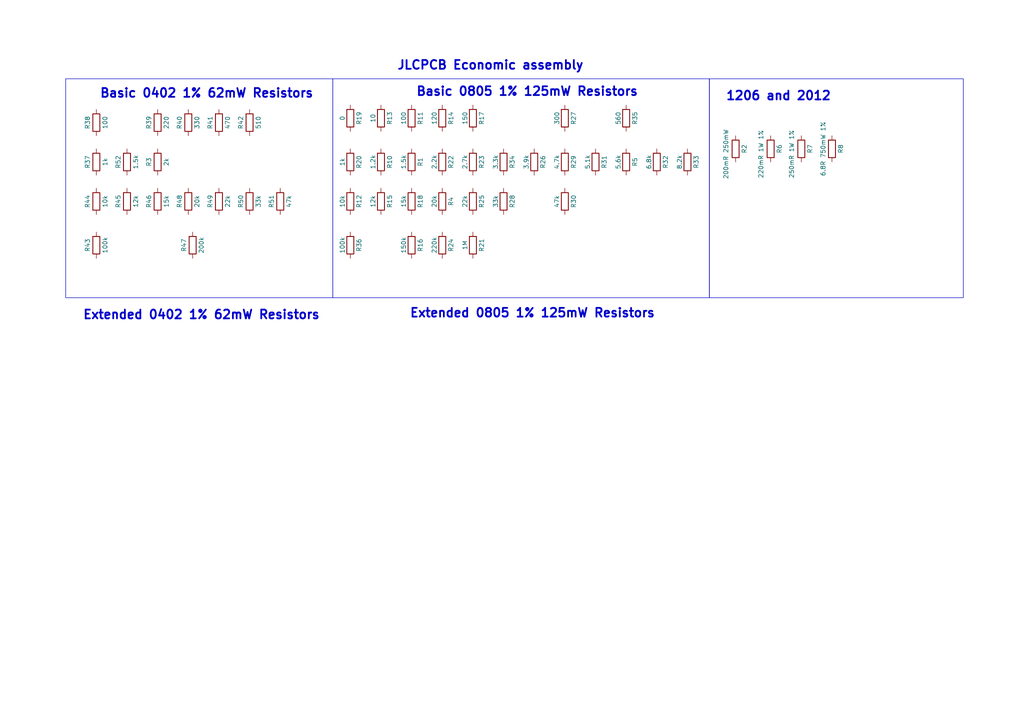
<source format=kicad_sch>
(kicad_sch (version 20231120) (generator "eeschema") (generator_version "8.0")
  (paper "A4")
  (lib_symbols
    (symbol "1_Library_GF:R_SMD_0805" (pin_numbers hide) (pin_names (offset 0))
      (property "Reference" "R" (at 2.032 0 90))
      (property "Value" "R" (at 0 0 90))
      (property "Description" "Resistor" (at 0 0 0))
      (symbol "R_SMD_0805_0_1"
        (rectangle (start -1.016 -2.54) (end 1.016 2.54) (stroke (width 0.254)))
      )
      (symbol "R_SMD_0805_1_1"
        (pin passive line (at 0 3.81 270) (length 1.27) (name "~") (number "1"))
        (pin passive line (at 0 -3.81 90) (length 1.27) (name "~") (number "2"))
      )
    )
    (symbol "Device:R" (pin_numbers hide) (pin_names (offset 0))
      (property "Reference" "R" (at 2.032 0 90))
      (property "Value" "R" (at 0 0 90))
      (symbol "R_0_1"
        (rectangle (start -1.016 -2.54) (end 1.016 2.54) (stroke (width 0.254)))
      )
      (symbol "R_1_1"
        (pin passive line (at 0 3.81 270) (length 1.27) (name "~") (number "1"))
        (pin passive line (at 0 -3.81 90) (length 1.27) (name "~") (number "2"))
      )
    )
  )
  (rectangle (start 205.74 22.86) (end 279.4 86.36))
  (rectangle (start 96.52 22.86) (end 205.74 86.36))
  (rectangle (start 19.05 22.86) (end 96.52 86.36))
  (text "JLCPCB Economic assembly" (at 142.24 19.05 0) (effects (font (size 2.54 2.54) (thickness 0.508) (bold yes))))
  (text "Extended 0805 1% 125mW Resistors" (at 154.432 90.932 0) (effects (font (size 2.54 2.54) (thickness 0.508) (bold yes))))
  (text "Basic 0402 1% 62mW Resistors" (at 59.944 27.178 0) (effects (font (size 2.54 2.54) (thickness 0.508) (bold yes))))
  (text "Basic 0805 1% 125mW Resistors" (at 152.908 26.67 0) (effects (font (size 2.54 2.54) (thickness 0.508) (bold yes))))
  (text "1206 and 2012" (at 225.806 27.94 0) (effects (font (size 2.54 2.54) (thickness 0.508) (bold yes))))
  (text "Extended 0402 1% 62mW Resistors" (at 58.42 91.44 0) (effects (font (size 2.54 2.54) (thickness 0.508) (bold yes))))
  (symbol (lib_id "1_Library_GF:R_SMD_0805") (at 54.61 35.56 0) (unit 1)
    (property "Reference" "R40" (at 52.07 35.56 90))
    (property "Value" "330" (at 57.15 35.56 90))
    (property "Footprint" "Resistor_SMD:R_0402_1005Metric_Pad0.72x0.64mm_HandSolder" (effects (hide yes)))
    (property "Datasheet" "https://www.lcsc.com/datasheet/C4109.pdf" (effects (hide yes)))
    (property "Description" "-55℃~+155℃ 330Ω 50V 62.5mW Thick Film Resistor ±1% ±100ppm/℃ 0402 Chip Resistor - Surface Mount ROHS" (effects (hide yes)))
    (property "Type" "SMD" (effects (hide yes)))
    (property "Manufacturer " "UNI-ROYAL(Uniroyal Elec)" (effects (hide yes)))
    (property "Mfr. Part Number" "0402WGF3300TCE" (effects (hide yes)))
    (property "LCSC" "C25104" (effects (hide yes)))
  )
  (symbol (lib_id "Device:R") (at 232.41 43.18 0) (unit 1)
    (property "Reference" "R7" (at 234.95 43.18 90))
    (property "Value" "250mR 1W 1%" (at 229.616 44.704 90))
    (property "Footprint" "Resistor_SMD:R_1206_3216Metric_Pad1.30x1.75mm_HandSolder" (effects (hide yes)))
    (property "Datasheet" "https://www.lcsc.com/datasheet/C4382.pdf" (effects (hide yes)))
    (property "Description" "1W 250mΩ Current Sense Resistor ±1% 1206 Chip Resistor - Surface Mount RoHS" (effects (hide yes)))
    (property "LCSC" "C2932845" (effects (hide yes)))
    (property "Manufacturer" "Milliohm" (effects (hide yes)))
    (property "Mfr. Part Number" "HoYH1206-1W-250mR-1%" (effects (hide yes)))
  )
  (symbol (lib_id "1_Library_GF:R_SMD_0805") (at 72.39 35.56 0) (unit 1)
    (property "Reference" "R42" (at 69.85 35.56 90))
    (property "Value" "510" (at 74.93 35.56 90))
    (property "Footprint" "Resistor_SMD:R_0402_1005Metric_Pad0.72x0.64mm_HandSolder" (effects (hide yes)))
    (property "Datasheet" "https://www.lcsc.com/datasheet/C4109.pdf" (effects (hide yes)))
    (property "Description" "-55℃~+155℃ 50V 510Ω 62.5mW Thick Film Resistor ±1% ±100ppm/℃ 0402 Chip Resistor - Surface Mount ROHS" (effects (hide yes)))
    (property "Type" "SMD" (effects (hide yes)))
    (property "Manufacturer " "UNI-ROYAL(Uniroyal Elec)" (effects (hide yes)))
    (property "Mfr. Part Number" "0402WGF5100TCE" (effects (hide yes)))
    (property "LCSC" "C25123" (effects (hide yes)))
  )
  (symbol (lib_id "1_Library_GF:R_SMD_0805") (at 63.5 35.56 0) (unit 1)
    (property "Reference" "R41" (at 60.96 35.56 90))
    (property "Value" "470" (at 66.04 35.56 90))
    (property "Footprint" "Resistor_SMD:R_0402_1005Metric_Pad0.72x0.64mm_HandSolder" (effects (hide yes)))
    (property "Datasheet" "https://www.lcsc.com/datasheet/C4109.pdf" (effects (hide yes)))
    (property "Description" "-55℃~+155℃ 470Ω 50V 62.5mW Thick Film Resistor ±1% ±100ppm/℃ 0402 Chip Resistor - Surface Mount ROHS" (effects (hide yes)))
    (property "Type" "SMD" (effects (hide yes)))
    (property "Manufacturer " "UNI-ROYAL(Uniroyal Elec)" (effects (hide yes)))
    (property "Mfr. Part Number" "0402WGF4700TCE" (effects (hide yes)))
    (property "LCSC" "C25117" (effects (hide yes)))
  )
  (symbol (lib_id "Device:R") (at 172.72 46.99 0) (unit 1)
    (property "Reference" "R31" (at 175.26 46.99 90))
    (property "Value" "5.1k" (at 170.434 46.99 90))
    (property "Footprint" "Resistor_SMD:R_0805_2012Metric" (effects (hide yes)))
    (property "Datasheet" "https://www.lcsc.com/datasheet/C4382.pdf" (effects (hide yes)))
    (property "Description" "-55℃~+155℃ 125mW 150V 5.1Ω Thick Film Resistor ±1% ±200ppm/℃ 0805 Chip Resistor - Surface Mount ROHS" (effects (hide yes)))
    (property "LCSC" "C17724" (effects (hide yes)))
    (property "Manufacturer" " UNI-ROYAL(Uniroyal Elec)" (effects (hide yes)))
    (property "Mfr. Part Number" "0805W8F510KT5E" (effects (hide yes)))
  )
  (symbol (lib_id "Device:R") (at 181.61 46.99 0) (unit 1)
    (property "Reference" "R5" (at 184.15 46.99 90))
    (property "Value" "5.6k" (at 179.324 46.99 90))
    (property "Footprint" "Resistor_SMD:R_0805_2012Metric" (effects (hide yes)))
    (property "Datasheet" "https://www.lcsc.com/datasheet/C4382.pdf" (effects (hide yes)))
    (property "Description" "-55℃~+155℃ 125mW 150V 20kΩ Thick Film Resistor ±1% ±100ppm/℃ 0805 Chip Resistor - Surface Mount ROHS" (effects (hide yes)))
    (property "LCSC" "C4382" (effects (hide yes)))
    (property "Manufacturer" " UNI-ROYAL(Uniroyal Elec)" (effects (hide yes)))
    (property "Mfr. Part Number" "0805W8F5601T5E" (effects (hide yes)))
  )
  (symbol (lib_id "Device:R") (at 154.94 46.99 0) (unit 1)
    (property "Reference" "R26" (at 157.48 46.99 90))
    (property "Value" "3.9k" (at 152.654 46.99 90))
    (property "Footprint" "Resistor_SMD:R_0805_2012Metric" (effects (hide yes)))
    (property "Datasheet" "https://www.lcsc.com/datasheet/C4382.pdf" (effects (hide yes)))
    (property "Description" "-55℃~+155℃ 125mW 150V 3.9kΩ Thick Film Resistor ±1% ±100ppm/℃ 0805 Chip Resistor - Surface Mount ROHS" (effects (hide yes)))
    (property "LCSC" "C17614" (effects (hide yes)))
    (property "Manufacturer" " UNI-ROYAL(Uniroyal Elec)" (effects (hide yes)))
    (property "Mfr. Part Number" "0805W8F3901T5E" (effects (hide yes)))
  )
  (symbol (lib_id "Device:R") (at 101.6 34.29 0) (unit 1)
    (property "Reference" "R19" (at 104.14 34.29 90))
    (property "Value" "0" (at 99.314 34.29 90))
    (property "Footprint" "Resistor_SMD:R_0805_2012Metric" (effects (hide yes)))
    (property "Datasheet" "https://www.lcsc.com/datasheet/C4382.pdf" (effects (hide yes)))
    (property "Description" "-55℃~+155℃ 0Ω 125mW 150V Thick Film Resistor ±1% ±800ppm/℃ 0805 Chip Resistor - Surface Mount ROHS" (effects (hide yes)))
    (property "LCSC" "C17477" (effects (hide yes)))
    (property "Manufacturer" " UNI-ROYAL(Uniroyal Elec)" (effects (hide yes)))
    (property "Mfr. Part Number" "0805W8F0000T5E" (effects (hide yes)))
  )
  (symbol (lib_id "1_Library_GF:R_SMD_0805") (at 72.39 58.42 0) (unit 1)
    (property "Reference" "R50" (at 69.85 58.42 90))
    (property "Value" "33k" (at 74.93 58.42 90))
    (property "Footprint" "Resistor_SMD:R_0402_1005Metric_Pad0.72x0.64mm_HandSolder" (effects (hide yes)))
    (property "Datasheet" "https://www.lcsc.com/datasheet/C4109.pdf" (effects (hide yes)))
    (property "Description" "-55℃~+155℃ 33kΩ 50V 62.5mW Thick Film Resistor ±1% ±100ppm/℃ 0402 Chip Resistor - Surface Mount ROHS" (effects (hide yes)))
    (property "Type" "SMD" (effects (hide yes)))
    (property "Manufacturer " "UNI-ROYAL(Uniroyal Elec)" (effects (hide yes)))
    (property "Mfr. Part Number" "0402WGF3302TCE" (effects (hide yes)))
    (property "LCSC" "C25779" (effects (hide yes)))
  )
  (symbol (lib_id "1_Library_GF:R_SMD_0805") (at 45.72 46.99 0) (unit 1)
    (property "Reference" "R3" (at 43.18 46.99 90))
    (property "Value" "2k" (at 48.26 46.99 90))
    (property "Footprint" "Resistor_SMD:R_0402_1005Metric_Pad0.72x0.64mm_HandSolder" (effects (hide yes)))
    (property "Datasheet" "https://www.lcsc.com/datasheet/C4109.pdf" (effects (hide yes)))
    (property "Description" "125mW Thick Film Resistors 150V ±100ppm/℃ ±1% 1MΩ 0805 Chip Resistor - Surface Mount ROHS" (effects (hide yes)))
    (property "Type" "SMD" (effects (hide yes)))
    (property "Manufacturer " "UNI-ROYAL(Uniroyal Elec)" (effects (hide yes)))
    (property "Mfr. Part Number" "0402WGF2001TCE" (effects (hide yes)))
    (property "LCSC" "C4109" (effects (hide yes)))
  )
  (symbol (lib_id "Device:R") (at 213.36 43.18 0) (unit 1)
    (property "Reference" "R2" (at 215.9 43.18 90))
    (property "Value" "200mR 250mW" (at 210.566 44.704 90))
    (property "Footprint" "Resistor_SMD:R_1206_3216Metric_Pad1.30x1.75mm_HandSolder" (effects (hide yes)))
    (property "Datasheet" "https://www.lcsc.com/datasheet/C4382.pdf" (effects (hide yes)))
    (property "Description" "220mΩ ±5% 250mW 1206 Thick Film Resistor" (effects (hide yes)))
    (property "LCSC" "C111857" (effects (hide yes)))
    (property "Manufacturer" " UNI-ROYAL(Uniroyal Elec)" (effects (hide yes)))
    (property "Mfr. Part Number" "1206W4J022KT5E" (effects (hide yes)))
  )
  (symbol (lib_id "Device:R") (at 146.05 58.42 0) (unit 1)
    (property "Reference" "R28" (at 148.59 58.42 90))
    (property "Value" "33k" (at 143.764 58.42 90))
    (property "Footprint" "Resistor_SMD:R_0805_2012Metric" (effects (hide yes)))
    (property "Datasheet" "https://www.lcsc.com/datasheet/C4382.pdf" (effects (hide yes)))
    (property "Description" "-55℃~+155℃ 125mW 150V 33kΩ Thick Film Resistor ±1% ±100ppm/℃ 0805 Chip Resistor - Surface Mount ROHS" (effects (hide yes)))
    (property "LCSC" "C17633" (effects (hide yes)))
    (property "Manufacturer" " UNI-ROYAL(Uniroyal Elec)" (effects (hide yes)))
    (property "Mfr. Part Number" "0805W8F3302T5E" (effects (hide yes)))
  )
  (symbol (lib_id "Device:R") (at 137.16 71.12 0) (unit 1)
    (property "Reference" "R21" (at 139.7 71.12 90))
    (property "Value" "1M" (at 134.874 71.12 90))
    (property "Footprint" "Resistor_SMD:R_0805_2012Metric" (effects (hide yes)))
    (property "Datasheet" "https://www.lcsc.com/datasheet/C4382.pdf" (effects (hide yes)))
    (property "Description" "-55℃~+155℃ 125mW 150V 1MΩ Thick Film Resistor ±1% ±100ppm/℃ 0805 Chip Resistor - Surface Mount ROHS" (effects (hide yes)))
    (property "LCSC" "C17514" (effects (hide yes)))
    (property "Manufacturer" " UNI-ROYAL(Uniroyal Elec)" (effects (hide yes)))
    (property "Mfr. Part Number" "0805W8F1004T5E" (effects (hide yes)))
  )
  (symbol (lib_id "Device:R") (at 163.83 46.99 0) (unit 1)
    (property "Reference" "R29" (at 166.37 46.99 90))
    (property "Value" "4.7k" (at 161.544 46.99 90))
    (property "Footprint" "Resistor_SMD:R_0805_2012Metric" (effects (hide yes)))
    (property "Datasheet" "https://www.lcsc.com/datasheet/C4382.pdf" (effects (hide yes)))
    (property "Description" "-55℃~+155℃ 125mW 150V 4.7kΩ Thick Film Resistor ±1% ±100ppm/℃ 0805 Chip Resistor - Surface Mount ROHS" (effects (hide yes)))
    (property "LCSC" "C17673" (effects (hide yes)))
    (property "Manufacturer" " UNI-ROYAL(Uniroyal Elec)" (effects (hide yes)))
    (property "Mfr. Part Number" "0805W8F4701T5E" (effects (hide yes)))
  )
  (symbol (lib_id "1_Library_GF:R_SMD_0805") (at 27.94 46.99 0) (unit 1)
    (property "Reference" "R37" (at 25.4 46.99 90))
    (property "Value" "1k" (at 30.48 46.99 90))
    (property "Footprint" "Resistor_SMD:R_0402_1005Metric_Pad0.72x0.64mm_HandSolder" (effects (hide yes)))
    (property "Datasheet" "https://www.lcsc.com/datasheet/C4109.pdf" (effects (hide yes)))
    (property "Description" "-55℃~+155℃ 1kΩ 50V 62.5mW Thick Film Resistor ±1% ±100ppm/℃ 0402 Chip Resistor - Surface Mount ROHS" (effects (hide yes)))
    (property "Type" "SMD" (effects (hide yes)))
    (property "Manufacturer " "UNI-ROYAL(Uniroyal Elec)" (effects (hide yes)))
    (property "Mfr. Part Number" "0402WGF1001TCE" (effects (hide yes)))
    (property "LCSC" "C11702" (effects (hide yes)))
  )
  (symbol (lib_id "Device:R") (at 163.83 34.29 0) (unit 1)
    (property "Reference" "R27" (at 166.37 34.29 90))
    (property "Value" "300" (at 161.544 34.29 90))
    (property "Footprint" "Resistor_SMD:R_0805_2012Metric" (effects (hide yes)))
    (property "Datasheet" "https://www.lcsc.com/datasheet/C4382.pdf" (effects (hide yes)))
    (property "Description" "-55℃~+155℃ 125mW 150V 300Ω Thick Film Resistor ±1% ±100ppm/℃ 0805 Chip Resistor - Surface Mount ROHS" (effects (hide yes)))
    (property "LCSC" "C17617" (effects (hide yes)))
    (property "Manufacturer" " UNI-ROYAL(Uniroyal Elec)" (effects (hide yes)))
    (property "Mfr. Part Number" "0805W8F3000T5E" (effects (hide yes)))
  )
  (symbol (lib_id "1_Library_GF:R_SMD_0805") (at 45.72 58.42 0) (unit 1)
    (property "Reference" "R46" (at 43.18 58.42 90))
    (property "Value" "15k" (at 48.26 58.42 90))
    (property "Footprint" "Resistor_SMD:R_0402_1005Metric_Pad0.72x0.64mm_HandSolder" (effects (hide yes)))
    (property "Datasheet" "https://www.lcsc.com/datasheet/C4109.pdf" (effects (hide yes)))
    (property "Description" "-55℃~+155℃ 15kΩ 50V 62.5mW Thick Film Resistor ±1% ±100ppm/℃ 0402 Chip Resistor - Surface Mount ROHS" (effects (hide yes)))
    (property "Type" "SMD" (effects (hide yes)))
    (property "Manufacturer " "UNI-ROYAL(Uniroyal Elec)" (effects (hide yes)))
    (property "Mfr. Part Number" "0402WGF1502TCE" (effects (hide yes)))
    (property "LCSC" "C25756" (effects (hide yes)))
  )
  (symbol (lib_id "Device:R") (at 163.83 58.42 0) (unit 1)
    (property "Reference" "R30" (at 166.37 58.42 90))
    (property "Value" "47k" (at 161.544 58.42 90))
    (property "Footprint" "Resistor_SMD:R_0805_2012Metric" (effects (hide yes)))
    (property "Datasheet" "https://www.lcsc.com/datasheet/C4382.pdf" (effects (hide yes)))
    (property "Description" "-55℃~+155℃ 125mW 150V 47kΩ Thick Film Resistor ±1% ±100ppm/℃ 0805 Chip Resistor - Surface Mount ROHS" (effects (hide yes)))
    (property "LCSC" "C17713" (effects (hide yes)))
    (property "Manufacturer" " UNI-ROYAL(Uniroyal Elec)" (effects (hide yes)))
    (property "Mfr. Part Number" "0805W8F4702T5E" (effects (hide yes)))
  )
  (symbol (lib_id "Device:R") (at 190.5 46.99 0) (unit 1)
    (property "Reference" "R32" (at 193.04 46.99 90))
    (property "Value" "6.8k" (at 188.214 46.99 90))
    (property "Footprint" "Resistor_SMD:R_0805_2012Metric" (effects (hide yes)))
    (property "Datasheet" "https://www.lcsc.com/datasheet/C4382.pdf" (effects (hide yes)))
    (property "Description" "-55℃~+155℃ 125mW 150V 6.8kΩ Thick Film Resistor ±1% ±100ppm/℃ 0805 Chip Resistor - Surface Mount ROHS" (effects (hide yes)))
    (property "LCSC" "C17772" (effects (hide yes)))
    (property "Manufacturer" " UNI-ROYAL(Uniroyal Elec)" (effects (hide yes)))
    (property "Mfr. Part Number" "0805W8F6801T5E" (effects (hide yes)))
  )
  (symbol (lib_id "Device:R") (at 137.16 46.99 0) (unit 1)
    (property "Reference" "R23" (at 139.7 46.99 90))
    (property "Value" "2.7k" (at 134.874 46.99 90))
    (property "Footprint" "Resistor_SMD:R_0805_2012Metric" (effects (hide yes)))
    (property "Datasheet" "https://www.lcsc.com/datasheet/C4382.pdf" (effects (hide yes)))
    (property "Description" "-55℃~+155℃ 125mW 150V 2.7kΩ Thick Film Resistor ±1% ±100ppm/℃ 0805 Chip Resistor - Surface Mount ROHS" (effects (hide yes)))
    (property "LCSC" "C17530" (effects (hide yes)))
    (property "Manufacturer" " UNI-ROYAL(Uniroyal Elec)" (effects (hide yes)))
    (property "Mfr. Part Number" "0805W8F2701T5E" (effects (hide yes)))
  )
  (symbol (lib_id "1_Library_GF:R_SMD_0805") (at 27.94 71.12 0) (unit 1)
    (property "Reference" "R43" (at 25.4 71.12 90))
    (property "Value" "100k" (at 30.48 71.12 90))
    (property "Footprint" "Resistor_SMD:R_0402_1005Metric_Pad0.72x0.64mm_HandSolder" (effects (hide yes)))
    (property "Datasheet" "https://www.lcsc.com/datasheet/C4109.pdf" (effects (hide yes)))
    (property "Description" "-55℃~+155℃ 100kΩ 50V 62.5mW Thick Film Resistor ±1% ±100ppm/℃ 0402 Chip Resistor - Surface Mount ROHS" (effects (hide yes)))
    (property "Type" "SMD" (effects (hide yes)))
    (property "Manufacturer " "UNI-ROYAL(Uniroyal Elec)" (effects (hide yes)))
    (property "Mfr. Part Number" "0402WGF1003TCE" (effects (hide yes)))
    (property "LCSC" "C25741" (effects (hide yes)))
  )
  (symbol (lib_id "Device:R") (at 181.61 34.29 0) (unit 1)
    (property "Reference" "R35" (at 184.15 34.29 90))
    (property "Value" "560" (at 179.324 34.29 90))
    (property "Footprint" "Resistor_SMD:R_0805_2012Metric" (effects (hide yes)))
    (property "Datasheet" "https://www.lcsc.com/datasheet/C4382.pdf" (effects (hide yes)))
    (property "Description" "-55℃~+155℃ 125mW 150V 560Ω Thick Film Resistor ±1% ±100ppm/℃ 0805 Chip Resistor - Surface Mount ROHS" (effects (hide yes)))
    (property "LCSC" "C28636" (effects (hide yes)))
    (property "Manufacturer" " UNI-ROYAL(Uniroyal Elec)" (effects (hide yes)))
    (property "Mfr. Part Number" "0805W8F5600T5E" (effects (hide yes)))
  )
  (symbol (lib_id "1_Library_GF:R_SMD_0805") (at 27.94 58.42 0) (unit 1)
    (property "Reference" "R44" (at 25.4 58.42 90))
    (property "Value" "10k" (at 30.48 58.42 90))
    (property "Footprint" "Resistor_SMD:R_0402_1005Metric_Pad0.72x0.64mm_HandSolder" (effects (hide yes)))
    (property "Datasheet" "https://www.lcsc.com/datasheet/C4109.pdf" (effects (hide yes)))
    (property "Description" "-55℃~+155℃ 10kΩ 50V 62.5mW Thick Film Resistor ±1% ±100ppm/℃ 0402 Chip Resistor - Surface Mount ROHS" (effects (hide yes)))
    (property "Type" "SMD" (effects (hide yes)))
    (property "Manufacturer " "UNI-ROYAL(Uniroyal Elec)" (effects (hide yes)))
    (property "Mfr. Part Number" "0402WGF1002TCE" (effects (hide yes)))
    (property "LCSC" "C25744" (effects (hide yes)))
  )
  (symbol (lib_id "Device:R") (at 101.6 58.42 0) (unit 1)
    (property "Reference" "R12" (at 104.14 58.42 90))
    (property "Value" "10k" (at 99.314 58.42 90))
    (property "Footprint" "Resistor_SMD:R_0805_2012Metric" (effects (hide yes)))
    (property "Datasheet" "https://www.lcsc.com/datasheet/C4382.pdf" (effects (hide yes)))
    (property "Description" "-55℃~+155℃ 10kΩ 125mW 150V Thick Film Resistor ±1% ±100ppm/℃ 0805 Chip Resistor - Surface Mount ROHS" (effects (hide yes)))
    (property "LCSC" "C17414" (effects (hide yes)))
    (property "Manufacturer" " UNI-ROYAL(Uniroyal Elec)" (effects (hide yes)))
    (property "Mfr. Part Number" "0805W8F1002T5E" (effects (hide yes)))
  )
  (symbol (lib_id "1_Library_GF:R_SMD_0805") (at 63.5 58.42 0) (unit 1)
    (property "Reference" "R49" (at 60.96 58.42 90))
    (property "Value" "22k" (at 66.04 58.42 90))
    (property "Footprint" "Resistor_SMD:R_0402_1005Metric_Pad0.72x0.64mm_HandSolder" (effects (hide yes)))
    (property "Datasheet" "https://www.lcsc.com/datasheet/C4109.pdf" (effects (hide yes)))
    (property "Description" "-55℃~+155℃ 22kΩ 50V 62.5mW Thick Film Resistor ±1% ±100ppm/℃ 0402 Chip Resistor - Surface Mount ROHS" (effects (hide yes)))
    (property "Type" "SMD" (effects (hide yes)))
    (property "Manufacturer " "UNI-ROYAL(Uniroyal Elec)" (effects (hide yes)))
    (property "Mfr. Part Number" "0402WGF2202TCE" (effects (hide yes)))
    (property "LCSC" "C25768" (effects (hide yes)))
  )
  (symbol (lib_id "Device:R") (at 128.27 58.42 0) (unit 1)
    (property "Reference" "R4" (at 130.81 58.42 90))
    (property "Value" "20k" (at 125.984 58.42 90))
    (property "Footprint" "Resistor_SMD:R_0805_2012Metric" (effects (hide yes)))
    (property "Datasheet" "https://www.lcsc.com/datasheet/C4382.pdf" (effects (hide yes)))
    (property "Description" "-55℃~+155℃ 125mW 150V 20kΩ Thick Film Resistor ±1% ±100ppm/℃ 0805 Chip Resistor - Surface Mount ROHS" (effects (hide yes)))
    (property "LCSC" "C4328" (effects (hide yes)))
    (property "Manufacturer" " UNI-ROYAL(Uniroyal Elec)" (effects (hide yes)))
    (property "Mfr. Part Number" "0805W8F2002T5E" (effects (hide yes)))
  )
  (symbol (lib_id "Device:R") (at 137.16 58.42 0) (unit 1)
    (property "Reference" "R25" (at 139.7 58.42 90))
    (property "Value" "22k" (at 134.874 58.42 90))
    (property "Footprint" "Resistor_SMD:R_0805_2012Metric" (effects (hide yes)))
    (property "Datasheet" "https://www.lcsc.com/datasheet/C4382.pdf" (effects (hide yes)))
    (property "Description" "-55℃~+155℃ 125mW 150V 22kΩ Thick Film Resistor ±1% ±100ppm/℃ 0805 Chip Resistor - Surface Mount ROHS" (effects (hide yes)))
    (property "LCSC" "C17560" (effects (hide yes)))
    (property "Manufacturer" " UNI-ROYAL(Uniroyal Elec)" (effects (hide yes)))
    (property "Mfr. Part Number" "0805W8F2202T5E" (effects (hide yes)))
  )
  (symbol (lib_id "Device:R") (at 119.38 58.42 0) (unit 1)
    (property "Reference" "R18" (at 121.92 58.42 90))
    (property "Value" "15k" (at 117.094 58.42 90))
    (property "Footprint" "Resistor_SMD:R_0805_2012Metric" (effects (hide yes)))
    (property "Datasheet" "https://www.lcsc.com/datasheet/C4382.pdf" (effects (hide yes)))
    (property "Description" "-55℃~+155℃ 125mW 150V 15kΩ Thick Film Resistor ±1% ±100ppm/℃ 0805 Chip Resistor - Surface Mount ROHS" (effects (hide yes)))
    (property "LCSC" "C17475" (effects (hide yes)))
    (property "Manufacturer" " UNI-ROYAL(Uniroyal Elec)" (effects (hide yes)))
    (property "Mfr. Part Number" "0805W8F1502T5E" (effects (hide yes)))
  )
  (symbol (lib_id "Device:R") (at 119.38 46.99 0) (unit 1)
    (property "Reference" "R1" (at 121.92 46.99 90))
    (property "Value" "1.5k" (at 117.094 46.99 90))
    (property "Footprint" "Resistor_SMD:R_0805_2012Metric" (effects (hide yes)))
    (property "Datasheet" "https://www.lcsc.com/datasheet/C4382.pdf" (effects (hide yes)))
    (property "Description" "1.5kΩ 125mW 150V Thick Film Resistor ±1% ±100ppm/℃ 0805 Chip Resistor - Surface Mount ROHS" (effects (hide yes)))
    (property "LCSC" "C4310" (effects (hide yes)))
    (property "Manufacturer" " UNI-ROYAL(Uniroyal Elec)" (effects (hide yes)))
    (property "Mfr. Part Number" " 0805W8F1501T5E" (effects (hide yes)))
  )
  (symbol (lib_id "Device:R") (at 110.49 46.99 0) (unit 1)
    (property "Reference" "R10" (at 113.03 46.99 90))
    (property "Value" "1.2k" (at 108.204 46.99 90))
    (property "Footprint" "Resistor_SMD:R_0805_2012Metric" (effects (hide yes)))
    (property "Datasheet" "https://www.lcsc.com/datasheet/C4382.pdf" (effects (hide yes)))
    (property "Description" "-55℃~+155℃ 1.2kΩ 125mW 150V Thick Film Resistor ±1% ±100ppm/℃ 0805 Chip Resistor - Surface Mount ROHS" (effects (hide yes)))
    (property "LCSC" "C17379" (effects (hide yes)))
    (property "Manufacturer" " UNI-ROYAL(Uniroyal Elec)" (effects (hide yes)))
    (property "Mfr. Part Number" "0805W8F1201T5E" (effects (hide yes)))
  )
  (symbol (lib_id "1_Library_GF:R_SMD_0805") (at 241.3 43.18 180) (unit 1)
    (property "Reference" "R8" (at 243.84 43.18 90))
    (property "Value" "6.8R 750mW 1%" (at 238.76 43.18 90))
    (property "Footprint" "Resistor_SMD:R_2010_5025Metric_Pad1.40x2.65mm_HandSolder" (effects (hide yes)))
    (property "Datasheet" "https://www.vishay.com/docs/20035/dcrcwe3.pdf" (effects (hide yes)))
    (property "Description" "6.8Ω ±1% 750mW 2010 Thick Film Resistor" (effects (hide yes)))
    (property "Part Number" "CRCW08056R8FKEA" (effects (hide yes)))
    (property "Type" "SMD" (effects (hide yes)))
    (property "Manufacturer " "FOJAN" (effects (hide yes)))
    (property "Mfr. Part Number" "FRC2010F6R80TS" (effects (hide yes)))
    (property "LCSC" "C3013311" (effects (hide yes)))
    (property "Observations" "Accepts other suppliers" (effects (hide yes)))
  )
  (symbol (lib_id "Device:R") (at 128.27 71.12 0) (unit 1)
    (property "Reference" "R24" (at 130.81 71.12 90))
    (property "Value" "220k" (at 125.984 71.12 90))
    (property "Footprint" "Resistor_SMD:R_0805_2012Metric" (effects (hide yes)))
    (property "Datasheet" "https://www.lcsc.com/datasheet/C4382.pdf" (effects (hide yes)))
    (property "Description" "-55℃~+155℃ 125mW 150V 220kΩ Thick Film Resistor ±1% ±100ppm/℃ 0805 Chip Resistor - Surface Mount ROHS" (effects (hide yes)))
    (property "LCSC" "C17556" (effects (hide yes)))
    (property "Manufacturer" " UNI-ROYAL(Uniroyal Elec)" (effects (hide yes)))
    (property "Mfr. Part Number" "0805W8F2203T5E" (effects (hide yes)))
  )
  (symbol (lib_id "Device:R") (at 128.27 34.29 0) (unit 1)
    (property "Reference" "R14" (at 130.81 34.29 90))
    (property "Value" "120" (at 125.984 34.29 90))
    (property "Footprint" "Resistor_SMD:R_0805_2012Metric" (effects (hide yes)))
    (property "Datasheet" "https://www.lcsc.com/datasheet/C4382.pdf" (effects (hide yes)))
    (property "Description" "-55℃~+155℃ 120Ω 125mW 150V Thick Film Resistor ±1% ±100ppm/℃ 0805 Chip Resistor - Surface Mount ROHS" (effects (hide yes)))
    (property "LCSC" "C17437" (effects (hide yes)))
    (property "Manufacturer" " UNI-ROYAL(Uniroyal Elec)" (effects (hide yes)))
    (property "Mfr. Part Number" "0805W8F1200T5E" (effects (hide yes)))
  )
  (symbol (lib_id "Device:R") (at 137.16 34.29 0) (unit 1)
    (property "Reference" "R17" (at 139.7 34.29 90))
    (property "Value" "150" (at 134.874 34.29 90))
    (property "Footprint" "Resistor_SMD:R_0805_2012Metric" (effects (hide yes)))
    (property "Datasheet" "https://www.lcsc.com/datasheet/C4382.pdf" (effects (hide yes)))
    (property "Description" "-55℃~+155℃ 125mW 150V 150Ω Thick Film Resistor ±1% ±100ppm/℃ 0805 Chip Resistor - Surface Mount ROHS" (effects (hide yes)))
    (property "LCSC" "C17471" (effects (hide yes)))
    (property "Manufacturer" " UNI-ROYAL(Uniroyal Elec)" (effects (hide yes)))
    (property "Mfr. Part Number" "0805W8F1500T5E" (effects (hide yes)))
  )
  (symbol (lib_id "Device:R") (at 101.6 46.99 0) (unit 1)
    (property "Reference" "R20" (at 104.14 46.99 90))
    (property "Value" "1k" (at 99.314 46.99 90))
    (property "Footprint" "Resistor_SMD:R_0805_2012Metric" (effects (hide yes)))
    (property "Datasheet" "https://www.lcsc.com/datasheet/C4382.pdf" (effects (hide yes)))
    (property "Description" "-55℃~+155℃ 125mW 150V 1kΩ Thick Film Resistor ±1% ±100ppm/℃ 0805 Chip Resistor - Surface Mount ROHS" (effects (hide yes)))
    (property "LCSC" "C17513" (effects (hide yes)))
    (property "Manufacturer" " UNI-ROYAL(Uniroyal Elec)" (effects (hide yes)))
    (property "Mfr. Part Number" "0805W8F1001T5E" (effects (hide yes)))
  )
  (symbol (lib_id "Device:R") (at 110.49 58.42 0) (unit 1)
    (property "Reference" "R15" (at 113.03 58.42 90))
    (property "Value" "12k" (at 108.204 58.42 90))
    (property "Footprint" "Resistor_SMD:R_0805_2012Metric" (effects (hide yes)))
    (property "Datasheet" "https://www.lcsc.com/datasheet/C4382.pdf" (effects (hide yes)))
    (property "Description" "-55℃~+155℃ 125mW 12kΩ 150V Thick Film Resistor ±1% ±100ppm/℃ 0805 Chip Resistor - Surface Mount ROHS" (effects (hide yes)))
    (property "LCSC" "C17444" (effects (hide yes)))
    (property "Manufacturer" " UNI-ROYAL(Uniroyal Elec)" (effects (hide yes)))
    (property "Mfr. Part Number" "0805W8F1202T5E" (effects (hide yes)))
  )
  (symbol (lib_id "Device:R") (at 146.05 46.99 0) (unit 1)
    (property "Reference" "R34" (at 148.59 46.99 90))
    (property "Value" "3.3k" (at 143.764 46.99 90))
    (property "Footprint" "Resistor_SMD:R_0805_2012Metric" (effects (hide yes)))
    (property "Datasheet" "https://www.lcsc.com/datasheet/C4382.pdf" (effects (hide yes)))
    (property "Description" "-55℃~+155℃ 125mW 150V 3.3kΩ Thick Film Resistor ±1% ±100ppm/℃ 0805 Chip Resistor - Surface Mount ROHS" (effects (hide yes)))
    (property "LCSC" "C26010" (effects (hide yes)))
    (property "Manufacturer" " UNI-ROYAL(Uniroyal Elec)" (effects (hide yes)))
    (property "Mfr. Part Number" "0805W8F3301T5E" (effects (hide yes)))
  )
  (symbol (lib_id "1_Library_GF:R_SMD_0805") (at 54.61 58.42 0) (unit 1)
    (property "Reference" "R48" (at 52.07 58.42 90))
    (property "Value" "20k" (at 57.15 58.42 90))
    (property "Footprint" "Resistor_SMD:R_0402_1005Metric_Pad0.72x0.64mm_HandSolder" (effects (hide yes)))
    (property "Datasheet" "https://www.lcsc.com/datasheet/C4109.pdf" (effects (hide yes)))
    (property "Description" "-55℃~+155℃ 20kΩ 50V 62.5mW Thick Film Resistor ±1% ±100ppm/℃ 0402 Chip Resistor - Surface Mount ROHS" (effects (hide yes)))
    (property "Type" "SMD" (effects (hide yes)))
    (property "Manufacturer " "UNI-ROYAL(Uniroyal Elec)" (effects (hide yes)))
    (property "Mfr. Part Number" "0402WGF2002TCE" (effects (hide yes)))
    (property "LCSC" "C25765" (effects (hide yes)))
  )
  (symbol (lib_id "1_Library_GF:R_SMD_0805") (at 36.83 58.42 0) (unit 1)
    (property "Reference" "R45" (at 34.29 58.42 90))
    (property "Value" "12k" (at 39.37 58.42 90))
    (property "Footprint" "Resistor_SMD:R_0402_1005Metric_Pad0.72x0.64mm_HandSolder" (effects (hide yes)))
    (property "Datasheet" "https://www.lcsc.com/datasheet/C4109.pdf" (effects (hide yes)))
    (property "Description" "-55℃~+155℃ 12kΩ 50V 62.5mW Thick Film Resistor ±1% ±100ppm/℃ 0402 Chip Resistor - Surface Mount ROHS" (effects (hide yes)))
    (property "Type" "SMD" (effects (hide yes)))
    (property "Manufacturer " "UNI-ROYAL(Uniroyal Elec)" (effects (hide yes)))
    (property "Mfr. Part Number" "0402WGF1202TCE" (effects (hide yes)))
    (property "LCSC" "C25752" (effects (hide yes)))
  )
  (symbol (lib_id "Device:R") (at 128.27 46.99 0) (unit 1)
    (property "Reference" "R22" (at 130.81 46.99 90))
    (property "Value" "2.2k" (at 125.984 46.99 90))
    (property "Footprint" "Resistor_SMD:R_0805_2012Metric" (effects (hide yes)))
    (property "Datasheet" "https://www.lcsc.com/datasheet/C4382.pdf" (effects (hide yes)))
    (property "Description" "-55℃~+155℃ 125mW 150V 2.2kΩ Thick Film Resistor ±1% ±100ppm/℃ 0805 Chip Resistor - Surface Mount ROHS" (effects (hide yes)))
    (property "LCSC" "C17520" (effects (hide yes)))
    (property "Manufacturer" " UNI-ROYAL(Uniroyal Elec)" (effects (hide yes)))
    (property "Mfr. Part Number" "0805W8F2201T5E" (effects (hide yes)))
  )
  (symbol (lib_id "Device:R") (at 199.39 46.99 0) (unit 1)
    (property "Reference" "R33" (at 201.93 46.99 90))
    (property "Value" "8.2k" (at 197.104 46.99 90))
    (property "Footprint" "Resistor_SMD:R_0805_2012Metric" (effects (hide yes)))
    (property "Datasheet" "https://www.lcsc.com/datasheet/C4382.pdf" (effects (hide yes)))
    (property "Description" "-55℃~+155℃ 125mW 150V 8.2kΩ Thick Film Resistor ±1% ±100ppm/℃ 0805 Chip Resistor - Surface Mount ROHS" (effects (hide yes)))
    (property "LCSC" "C17828" (effects (hide yes)))
    (property "Manufacturer" " UNI-ROYAL(Uniroyal Elec)" (effects (hide yes)))
    (property "Mfr. Part Number" "0805W8F8201T5E" (effects (hide yes)))
  )
  (symbol (lib_id "Device:R") (at 223.52 43.18 0) (unit 1)
    (property "Reference" "R6" (at 226.06 43.18 90))
    (property "Value" "220mR 1W 1%" (at 220.726 44.704 90))
    (property "Footprint" "Resistor_SMD:R_1206_3216Metric_Pad1.30x1.75mm_HandSolder" (effects (hide yes)))
    (property "Datasheet" "https://www.lcsc.com/datasheet/C4382.pdf" (effects (hide yes)))
    (property "Description" "220mΩ ±1% 1W Current Sense Resistor" (effects (hide yes)))
    (property "LCSC" "C2683384" (effects (hide yes)))
    (property "Manufacturer" " UNI-ROYAL(Uniroyal Elec)" (effects (hide yes)))
    (property "Mfr. Part Number" "RLH12FTCR220" (effects (hide yes)))
  )
  (symbol (lib_id "1_Library_GF:R_SMD_0805") (at 55.88 71.12 0) (unit 1)
    (property "Reference" "R47" (at 53.34 71.12 90))
    (property "Value" "200k" (at 58.42 71.12 90))
    (property "Footprint" "Resistor_SMD:R_0402_1005Metric_Pad0.72x0.64mm_HandSolder" (effects (hide yes)))
    (property "Datasheet" "https://www.lcsc.com/datasheet/C4109.pdf" (effects (hide yes)))
    (property "Description" "-55℃~+155℃ 200kΩ 50V 62.5mW Thick Film Resistor ±1% ±100ppm/℃ 0402 Chip Resistor - Surface Mount ROHS" (effects (hide yes)))
    (property "Type" "SMD" (effects (hide yes)))
    (property "Manufacturer " "UNI-ROYAL(Uniroyal Elec)" (effects (hide yes)))
    (property "Mfr. Part Number" "0402WGF2003TCE" (effects (hide yes)))
    (property "LCSC" "C25764" (effects (hide yes)))
  )
  (symbol (lib_id "Device:R") (at 101.6 71.12 0) (unit 1)
    (property "Reference" "R36" (at 104.14 71.12 90))
    (property "Value" "100k" (at 99.314 71.12 90))
    (property "Footprint" "Resistor_SMD:R_0805_2012Metric" (effects (hide yes)))
    (property "Datasheet" "https://www.lcsc.com/datasheet/C4382.pdf" (effects (hide yes)))
    (property "Description" "-55℃~+155℃ 100kΩ 125mW 150V Thick Film Resistor ±1% ±100ppm/℃ 0805 Chip Resistor - Surface Mount ROHS" (effects (hide yes)))
    (property "LCSC" "C149504" (effects (hide yes)))
    (property "Manufacturer" " UNI-ROYAL(Uniroyal Elec)" (effects (hide yes)))
    (property "Mfr. Part Number" "0805W8F1003T5E" (effects (hide yes)))
  )
  (symbol (lib_id "Device:R") (at 119.38 71.12 0) (unit 1)
    (property "Reference" "R16" (at 121.92 71.12 90))
    (property "Value" "150k" (at 117.094 71.12 90))
    (property "Footprint" "Resistor_SMD:R_0805_2012Metric" (effects (hide yes)))
    (property "Datasheet" "https://www.lcsc.com/datasheet/C4382.pdf" (effects (hide yes)))
    (property "Description" "-55℃~+155℃ 125mW 150V 150kΩ Thick Film Resistor ±1% ±100ppm/℃ 0805 Chip Resistor - Surface Mount ROHS" (effects (hide yes)))
    (property "LCSC" "C17470" (effects (hide yes)))
    (property "Manufacturer" " UNI-ROYAL(Uniroyal Elec)" (effects (hide yes)))
    (property "Mfr. Part Number" "0805W8F1503T5E" (effects (hide yes)))
  )
  (symbol (lib_id "1_Library_GF:R_SMD_0805") (at 36.83 46.99 0) (unit 1)
    (property "Reference" "R52" (at 34.29 46.99 90))
    (property "Value" "1.5k" (at 39.37 46.99 90))
    (property "Footprint" "Resistor_SMD:R_0402_1005Metric_Pad0.72x0.64mm_HandSolder" (effects (hide yes)))
    (property "Datasheet" "https://www.lcsc.com/datasheet/C4109.pdf" (effects (hide yes)))
    (property "Description" "-55℃~+155℃ 1.5kΩ 50V 62.5mW Thick Film Resistor ±1% ±100ppm/℃ 0402 Chip Resistor - Surface Mount ROHS" (effects (hide yes)))
    (property "Type" "SMD" (effects (hide yes)))
    (property "Manufacturer " "UNI-ROYAL(Uniroyal Elec)" (effects (hide yes)))
    (property "Mfr. Part Number" "0402WGF1501TCE" (effects (hide yes)))
    (property "LCSC" "C25867" (effects (hide yes)))
  )
  (symbol (lib_id "1_Library_GF:R_SMD_0805") (at 81.28 58.42 0) (unit 1)
    (property "Reference" "R51" (at 78.74 58.42 90))
    (property "Value" "47k" (at 83.82 58.42 90))
    (property "Footprint" "Resistor_SMD:R_0402_1005Metric_Pad0.72x0.64mm_HandSolder" (effects (hide yes)))
    (property "Datasheet" "https://www.lcsc.com/datasheet/C4109.pdf" (effects (hide yes)))
    (property "Description" "-55℃~+155℃ 47kΩ 50V 62.5mW Thick Film Resistor ±1% ±100ppm/℃ 0402 Chip Resistor - Surface Mount ROHS" (effects (hide yes)))
    (property "Type" "SMD" (effects (hide yes)))
    (property "Manufacturer " "UNI-ROYAL(Uniroyal Elec)" (effects (hide yes)))
    (property "Mfr. Part Number" "0402WGF4702TCE" (effects (hide yes)))
    (property "LCSC" "C25792" (effects (hide yes)))
  )
  (symbol (lib_id "Device:R") (at 110.49 34.29 0) (unit 1)
    (property "Reference" "R13" (at 113.03 34.29 90))
    (property "Value" "10" (at 108.204 34.29 90))
    (property "Footprint" "Resistor_SMD:R_0805_2012Metric" (effects (hide yes)))
    (property "Datasheet" "https://www.lcsc.com/datasheet/C4382.pdf" (effects (hide yes)))
    (property "Description" "-55℃~+155℃ 10Ω 125mW 150V Thick Film Resistor ±1% ±200ppm/℃ 0805 Chip Resistor - Surface Mount ROHS" (effects (hide yes)))
    (property "LCSC" "C17415" (effects (hide yes)))
    (property "Manufacturer" " UNI-ROYAL(Uniroyal Elec)" (effects (hide yes)))
    (property "Mfr. Part Number" "0805W8F100JT5E" (effects (hide yes)))
  )
  (symbol (lib_id "1_Library_GF:R_SMD_0805") (at 27.94 35.56 0) (unit 1)
    (property "Reference" "R38" (at 25.4 35.56 90))
    (property "Value" "100" (at 30.48 35.56 90))
    (property "Footprint" "Resistor_SMD:R_0402_1005Metric_Pad0.72x0.64mm_HandSolder" (effects (hide yes)))
    (property "Datasheet" "https://www.lcsc.com/datasheet/C4109.pdf" (effects (hide yes)))
    (property "Description" "-55℃~+155℃ 100Ω 50V 62.5mW Thick Film Resistor ±1% ±100ppm/℃ 0402 Chip Resistor - Surface Mount ROHS" (effects (hide yes)))
    (property "Type" "SMD" (effects (hide yes)))
    (property "Manufacturer " "UNI-ROYAL(Uniroyal Elec)" (effects (hide yes)))
    (property "Mfr. Part Number" "0402WGF1000TCE" (effects (hide yes)))
    (property "LCSC" "C25076" (effects (hide yes)))
  )
  (symbol (lib_id "Device:R") (at 119.38 34.29 0) (unit 1)
    (property "Reference" "R11" (at 121.92 34.29 90))
    (property "Value" "100" (at 117.094 34.29 90))
    (property "Footprint" "Resistor_SMD:R_0805_2012Metric" (effects (hide yes)))
    (property "Datasheet" "https://www.lcsc.com/datasheet/C4382.pdf" (effects (hide yes)))
    (property "Description" "-55℃~+155℃ 100Ω 125mW 150V Thick Film Resistor ±1% ±100ppm/℃ 0805 Chip Resistor - Surface Mount ROHS" (effects (hide yes)))
    (property "LCSC" "C17408" (effects (hide yes)))
    (property "Manufacturer" " UNI-ROYAL(Uniroyal Elec)" (effects (hide yes)))
    (property "Mfr. Part Number" "0805W8F1000T5E" (effects (hide yes)))
  )
  (symbol (lib_id "1_Library_GF:R_SMD_0805") (at 45.72 35.56 0) (unit 1)
    (property "Reference" "R39" (at 43.18 35.56 90))
    (property "Value" "220" (at 48.26 35.56 90))
    (property "Footprint" "Resistor_SMD:R_0402_1005Metric_Pad0.72x0.64mm_HandSolder" (effects (hide yes)))
    (property "Datasheet" "https://www.lcsc.com/datasheet/C4109.pdf" (effects (hide yes)))
    (property "Description" "-55℃~+155℃ 220Ω 50V 62.5mW Thick Film Resistor ±1% ±100ppm/℃ 0402 Chip Resistor - Surface Mount ROHS" (effects (hide yes)))
    (property "Type" "SMD" (effects (hide yes)))
    (property "Manufacturer " "UNI-ROYAL(Uniroyal Elec)" (effects (hide yes)))
    (property "Mfr. Part Number" "0402WGF2200TCE" (effects (hide yes)))
    (property "LCSC" "C25091" (effects (hide yes)))
  )
)
</source>
